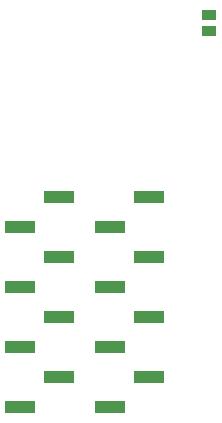
<source format=gbr>
%TF.GenerationSoftware,KiCad,Pcbnew,5.0-dev-unknown-d043ef5~62~ubuntu16.04.1*%
%TF.CreationDate,2018-02-24T21:05:52-07:00*%
%TF.ProjectId,ESP12-Break-02,45535031322D427265616B2D30322E6B,rev?*%
%TF.SameCoordinates,Original*%
%TF.FileFunction,Paste,Bot*%
%TF.FilePolarity,Positive*%
%FSLAX46Y46*%
G04 Gerber Fmt 4.6, Leading zero omitted, Abs format (unit mm)*
G04 Created by KiCad (PCBNEW 5.0-dev-unknown-d043ef5~62~ubuntu16.04.1) date Sat Feb 24 21:05:52 2018*
%MOMM*%
%LPD*%
G01*
G04 APERTURE LIST*
%ADD10R,2.510000X1.000000*%
%ADD11R,1.270000X0.970000*%
G04 APERTURE END LIST*
D10*
X135120000Y-101600000D03*
X135120000Y-96520000D03*
X135120000Y-91440000D03*
X135120000Y-86360000D03*
X138430000Y-99060000D03*
X138430000Y-93980000D03*
X138430000Y-88900000D03*
X138430000Y-83820000D03*
D11*
X151130000Y-69728000D03*
X151130000Y-68448000D03*
D10*
X142740000Y-101600000D03*
X142740000Y-96520000D03*
X142740000Y-91440000D03*
X142740000Y-86360000D03*
X146050000Y-99060000D03*
X146050000Y-93980000D03*
X146050000Y-88900000D03*
X146050000Y-83820000D03*
M02*

</source>
